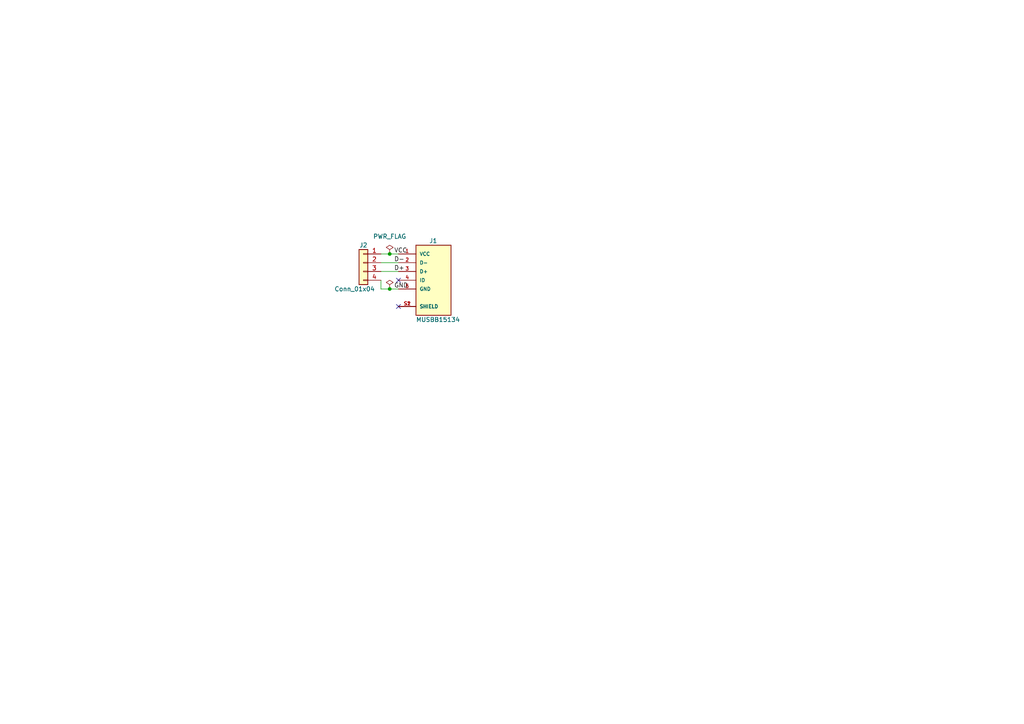
<source format=kicad_sch>
(kicad_sch (version 20211123) (generator eeschema)
  (paper "A4")
  (lib_symbols
    (symbol "Connector_Generic:Conn_01x04" (pin_names (offset 1.016) hide)
      (property "Reference" "J" (at 0 5.08 0))
      (property "Value" "Conn_01x04" (at 0 -7.62 0))
      (symbol "Conn_01x04_1_1"
        (rectangle (start -1.27 -4.953) (end 0 -5.207) (stroke (width 0.1524)))
        (rectangle (start -1.27 -2.413) (end 0 -2.667) (stroke (width 0.1524)))
        (rectangle (start -1.27 0.127) (end 0 -0.127) (stroke (width 0.1524)))
        (rectangle (start -1.27 2.667) (end 0 2.413) (stroke (width 0.1524)))
        (rectangle (start -1.27 3.81) (end 1.27 -6.35) (stroke (width 0.254)) (fill (type background)))
        (pin passive line (at -5.08 2.54 0) (length 3.81) (name "Pin_1") (number "1"))
        (pin passive line (at -5.08 0 0) (length 3.81) (name "Pin_2") (number "2"))
        (pin passive line (at -5.08 -2.54 0) (length 3.81) (name "Pin_3") (number "3"))
        (pin passive line (at -5.08 -5.08 0) (length 3.81) (name "Pin_4") (number "4"))
      )
    )
    (symbol "USB:MUSBB15134" (pin_names (offset 1.016))
      (property "Reference" "J" (at -5.08 11.43 0))
      (property "Value" "MUSBB15134" (at -5.08 -12.7 0))
      (symbol "MUSBB15134_0_0"
        (rectangle (start -5.08 -10.16) (end 5.08 10.16) (stroke (width 0.254)) (fill (type background)))
        (pin power_in line (at -10.16 7.62 0) (length 5.08) (name "VCC") (number "1"))
        (pin bidirectional line (at -10.16 5.08 0) (length 5.08) (name "D-") (number "2"))
        (pin bidirectional line (at -10.16 2.54 0) (length 5.08) (name "D+") (number "3"))
        (pin bidirectional line (at -10.16 0 0) (length 5.08) (name "ID") (number "4"))
        (pin power_in line (at -10.16 -2.54 0) (length 5.08) (name "GND") (number "5"))
        (pin passive line (at -10.16 -7.62 0) (length 5.08) (name "SHIELD") (number "S1"))
        (pin passive line (at -10.16 -7.62 0) (length 5.08) (name "SHIELD") (number "S2"))
      )
    )
    (symbol "power:PWR_FLAG" (power) (pin_numbers hide) (pin_names (offset 0) hide)
      (property "Value" "PWR_FLAG" (at 0 3.81 0))
      (symbol "PWR_FLAG_0_0"
        (pin power_out line (at 0 0 90) (length 0) (name "pwr") (number "1"))
      )
      (symbol "PWR_FLAG_0_1"
        (polyline (pts (xy 0 0) (xy 0 1.27) (xy -1.016 1.905) (xy 0 2.54) (xy 1.016 1.905) (xy 0 1.27)))
      )
    )
  )
  (junction (at 113.03 73.66))
  (junction (at 113.03 83.82))
  (no_connect (at 115.57 81.28))
  (no_connect (at 115.57 88.9))
  (wire (pts (xy 113.03 73.66) (xy 115.57 73.66)))
  (wire (pts (xy 113.03 83.82) (xy 115.57 83.82)))
  (wire (pts (xy 110.49 76.2) (xy 115.57 76.2)))
  (wire (pts (xy 110.49 78.74) (xy 115.57 78.74)))
  (wire (pts (xy 110.49 81.28) (xy 110.49 83.82)))
  (wire (pts (xy 110.49 73.66) (xy 113.03 73.66)))
  (wire (pts (xy 110.49 83.82) (xy 113.03 83.82)))
  (label "D+" (at 114.3 78.74 0))
  (label "VCC" (at 114.3 73.66 0))
  (label "GND" (at 114.3 83.82 0))
  (label "D-" (at 114.3 76.2 0))
  (symbol (lib_id "USB:MUSBB15134") (at 125.73 81.28 0) (unit 1)
    (property "Reference" "J1" (at 124.46 69.85 0) (effects (justify left)))
    (property "Value" "MUSBB15134" (at 120.65 92.71 0) (effects (justify left)))
    (property "Footprint" "USB:AMPHENOL_MUSBB15134" (effects hide))
    (property "PARTREV" "K" (effects hide))
    (property "STANDARD" "Manufacturer Recommendations" (effects hide))
    (property "MAXIMUM_PACKAGE_HEIGHT" "10.25 mm" (effects hide))
    (property "MANUFACTURER" "Amphenol" (effects hide))
  )
  (symbol (lib_id "power:PWR_FLAG") (at 113.03 83.82 0) (unit 1)
    (property "Reference" "#FLG02" (effects hide))
    (property "Value" "PWR_FLAG" (effects hide))
  )
  (symbol (lib_id "Connector_Generic:Conn_01x04") (at 105.41 76.2 0) (mirror y) (unit 1)
    (property "Reference" "J2" (at 105.41 71.12 0))
    (property "Value" "Conn_01x04" (at 102.87 83.82 0))
    (property "Footprint" "Connector_PinSocket_2.54mm:PinSocket_1x04_P2.54mm_Vertical" (effects hide))
  )
  (symbol (lib_id "power:PWR_FLAG") (at 113.03 73.66 0) (unit 1)
    (property "Reference" "#FLG0101" (effects hide))
    (property "Value" "PWR_FLAG" (at 113.03 68.58 0))
  )
)
</source>
